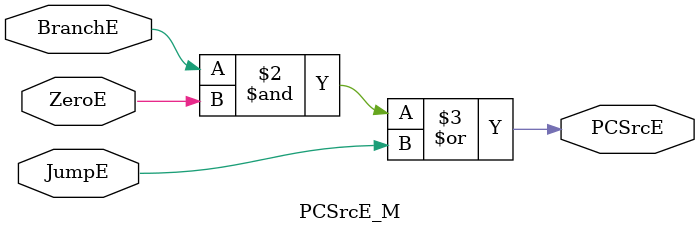
<source format=v>
`timescale 1ps/1ps

module PCSrcE_M (
    input             JumpE,
    input             BranchE,
    input             ZeroE,
    output reg        PCSrcE
);

    always @ (*) begin
      PCSrcE = (BranchE & ZeroE) | JumpE;     
    end

endmodule
</source>
